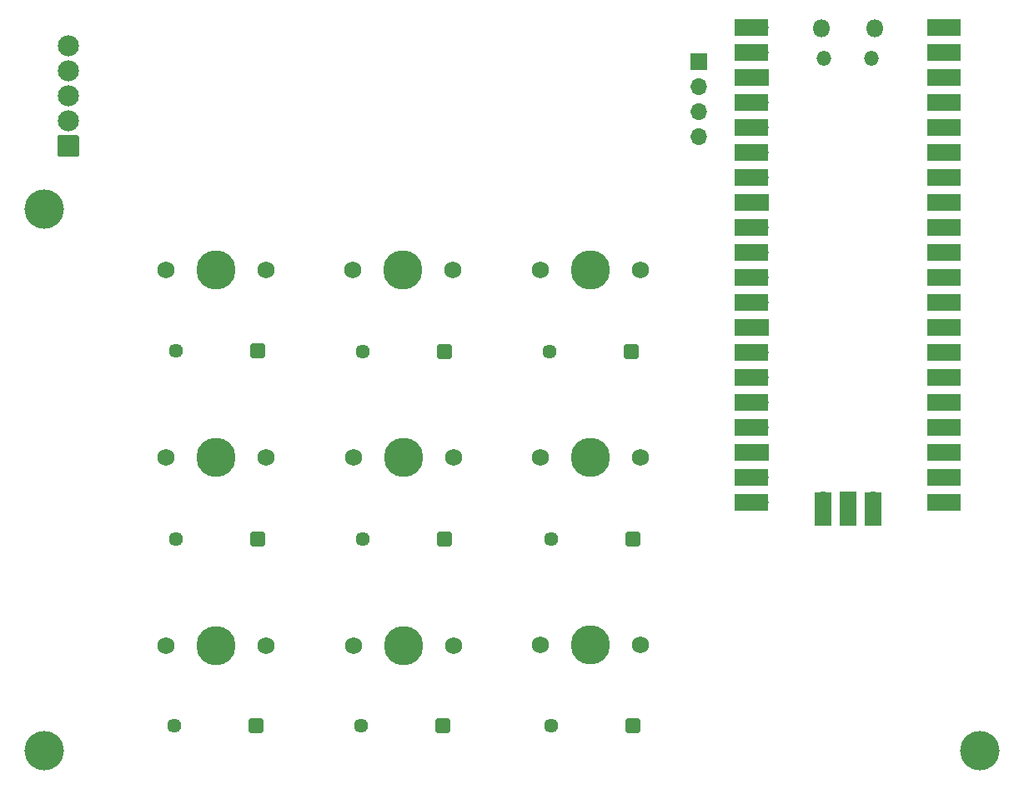
<source format=gbr>
%TF.GenerationSoftware,KiCad,Pcbnew,7.0.8*%
%TF.CreationDate,2023-11-02T17:37:10-07:00*%
%TF.ProjectId,3D4E Macropad,33443445-204d-4616-9372-6f7061642e6b,rev?*%
%TF.SameCoordinates,Original*%
%TF.FileFunction,Soldermask,Top*%
%TF.FilePolarity,Negative*%
%FSLAX46Y46*%
G04 Gerber Fmt 4.6, Leading zero omitted, Abs format (unit mm)*
G04 Created by KiCad (PCBNEW 7.0.8) date 2023-11-02 17:37:10*
%MOMM*%
%LPD*%
G01*
G04 APERTURE LIST*
G04 Aperture macros list*
%AMRoundRect*
0 Rectangle with rounded corners*
0 $1 Rounding radius*
0 $2 $3 $4 $5 $6 $7 $8 $9 X,Y pos of 4 corners*
0 Add a 4 corners polygon primitive as box body*
4,1,4,$2,$3,$4,$5,$6,$7,$8,$9,$2,$3,0*
0 Add four circle primitives for the rounded corners*
1,1,$1+$1,$2,$3*
1,1,$1+$1,$4,$5*
1,1,$1+$1,$6,$7*
1,1,$1+$1,$8,$9*
0 Add four rect primitives between the rounded corners*
20,1,$1+$1,$2,$3,$4,$5,0*
20,1,$1+$1,$4,$5,$6,$7,0*
20,1,$1+$1,$6,$7,$8,$9,0*
20,1,$1+$1,$8,$9,$2,$3,0*%
G04 Aperture macros list end*
%ADD10C,1.442000*%
%ADD11RoundRect,0.102000X0.619000X0.619000X-0.619000X0.619000X-0.619000X-0.619000X0.619000X-0.619000X0*%
%ADD12C,1.750000*%
%ADD13C,3.987800*%
%ADD14R,1.700000X1.700000*%
%ADD15O,1.700000X1.700000*%
%ADD16C,2.134400*%
%ADD17RoundRect,0.102000X-0.965200X0.965200X-0.965200X-0.965200X0.965200X-0.965200X0.965200X0.965200X0*%
%ADD18C,4.000000*%
%ADD19O,1.800000X1.800000*%
%ADD20O,1.500000X1.500000*%
%ADD21R,3.500000X1.700000*%
%ADD22R,1.700000X3.500000*%
G04 APERTURE END LIST*
D10*
%TO.C,D3*%
X38354000Y-103500000D03*
D11*
X46646000Y-103500000D03*
%TD*%
D12*
%TO.C,MX9*%
X75420000Y-114300000D03*
D13*
X80500000Y-114300000D03*
D12*
X85580000Y-114300000D03*
%TD*%
%TO.C,MX7*%
X37340000Y-114310000D03*
D13*
X42420000Y-114310000D03*
D12*
X47500000Y-114310000D03*
%TD*%
D10*
%TO.C,D4*%
X57354000Y-103500000D03*
D11*
X65646000Y-103500000D03*
%TD*%
D10*
%TO.C,D1*%
X57354000Y-84500000D03*
D11*
X65646000Y-84500000D03*
%TD*%
D10*
%TO.C,D2*%
X76354000Y-84500000D03*
D11*
X84646000Y-84500000D03*
%TD*%
D10*
%TO.C,D8*%
X76500000Y-122500000D03*
D11*
X84792000Y-122500000D03*
%TD*%
D12*
%TO.C,MX5*%
X56420000Y-95250000D03*
D13*
X61500000Y-95250000D03*
D12*
X66580000Y-95250000D03*
%TD*%
D14*
%TO.C,ssd1*%
X91500000Y-55000000D03*
D15*
X91500000Y-57540000D03*
X91500000Y-60080000D03*
X91500000Y-62620000D03*
%TD*%
D16*
%TO.C,U2*%
X27500000Y-53420000D03*
X27500000Y-55960000D03*
D17*
X27500000Y-63580000D03*
D16*
X27500000Y-58500000D03*
X27500000Y-61040000D03*
%TD*%
D10*
%TO.C,D5*%
X76500000Y-103500000D03*
D11*
X84792000Y-103500000D03*
%TD*%
D10*
%TO.C,D6*%
X38208000Y-122500000D03*
D11*
X46500000Y-122500000D03*
%TD*%
D12*
%TO.C,MX4*%
X37340000Y-95250000D03*
D13*
X42420000Y-95250000D03*
D12*
X47500000Y-95250000D03*
%TD*%
%TO.C,MX3*%
X75420000Y-76200000D03*
D13*
X80500000Y-76200000D03*
D12*
X85580000Y-76200000D03*
%TD*%
D10*
%TO.C,D0*%
X38354000Y-84400000D03*
D11*
X46646000Y-84400000D03*
%TD*%
D12*
%TO.C,MX8*%
X56390000Y-114320000D03*
D13*
X61470000Y-114320000D03*
D12*
X66550000Y-114320000D03*
%TD*%
%TO.C,MX6*%
X75420000Y-95250000D03*
D13*
X80500000Y-95250000D03*
D12*
X85580000Y-95250000D03*
%TD*%
D18*
%TO.C,HOLE_M3*%
X25000000Y-125000000D03*
%TD*%
D19*
%TO.C,U1*%
X103885000Y-51630000D03*
D20*
X104185000Y-54660000D03*
X109035000Y-54660000D03*
D19*
X109335000Y-51630000D03*
D15*
X97720000Y-51500000D03*
D21*
X96820000Y-51500000D03*
D15*
X97720000Y-54040000D03*
D21*
X96820000Y-54040000D03*
D14*
X97720000Y-56580000D03*
D21*
X96820000Y-56580000D03*
D15*
X97720000Y-59120000D03*
D21*
X96820000Y-59120000D03*
D15*
X97720000Y-61660000D03*
D21*
X96820000Y-61660000D03*
D15*
X97720000Y-64200000D03*
D21*
X96820000Y-64200000D03*
D15*
X97720000Y-66740000D03*
D21*
X96820000Y-66740000D03*
D14*
X97720000Y-69280000D03*
D21*
X96820000Y-69280000D03*
D15*
X97720000Y-71820000D03*
D21*
X96820000Y-71820000D03*
D15*
X97720000Y-74360000D03*
D21*
X96820000Y-74360000D03*
D15*
X97720000Y-76900000D03*
D21*
X96820000Y-76900000D03*
D15*
X97720000Y-79440000D03*
D21*
X96820000Y-79440000D03*
D14*
X97720000Y-81980000D03*
D21*
X96820000Y-81980000D03*
D15*
X97720000Y-84520000D03*
D21*
X96820000Y-84520000D03*
D15*
X97720000Y-87060000D03*
D21*
X96820000Y-87060000D03*
D15*
X97720000Y-89600000D03*
D21*
X96820000Y-89600000D03*
D15*
X97720000Y-92140000D03*
D21*
X96820000Y-92140000D03*
D14*
X97720000Y-94680000D03*
D21*
X96820000Y-94680000D03*
D15*
X97720000Y-97220000D03*
D21*
X96820000Y-97220000D03*
D15*
X97720000Y-99760000D03*
D21*
X96820000Y-99760000D03*
D15*
X115500000Y-99760000D03*
D21*
X116400000Y-99760000D03*
D15*
X115500000Y-97220000D03*
D21*
X116400000Y-97220000D03*
D14*
X115500000Y-94680000D03*
D21*
X116400000Y-94680000D03*
D15*
X115500000Y-92140000D03*
D21*
X116400000Y-92140000D03*
D15*
X115500000Y-89600000D03*
D21*
X116400000Y-89600000D03*
D15*
X115500000Y-87060000D03*
D21*
X116400000Y-87060000D03*
D15*
X115500000Y-84520000D03*
D21*
X116400000Y-84520000D03*
D14*
X115500000Y-81980000D03*
D21*
X116400000Y-81980000D03*
D15*
X115500000Y-79440000D03*
D21*
X116400000Y-79440000D03*
D15*
X115500000Y-76900000D03*
D21*
X116400000Y-76900000D03*
D15*
X115500000Y-74360000D03*
D21*
X116400000Y-74360000D03*
D15*
X115500000Y-71820000D03*
D21*
X116400000Y-71820000D03*
D14*
X115500000Y-69280000D03*
D21*
X116400000Y-69280000D03*
D15*
X115500000Y-66740000D03*
D21*
X116400000Y-66740000D03*
D15*
X115500000Y-64200000D03*
D21*
X116400000Y-64200000D03*
D15*
X115500000Y-61660000D03*
D21*
X116400000Y-61660000D03*
D15*
X115500000Y-59120000D03*
D21*
X116400000Y-59120000D03*
D14*
X115500000Y-56580000D03*
D21*
X116400000Y-56580000D03*
D15*
X115500000Y-54040000D03*
D21*
X116400000Y-54040000D03*
D15*
X115500000Y-51500000D03*
D21*
X116400000Y-51500000D03*
D15*
X104070000Y-99530000D03*
D22*
X104070000Y-100430000D03*
D14*
X106610000Y-99530000D03*
D22*
X106610000Y-100430000D03*
D15*
X109150000Y-99530000D03*
D22*
X109150000Y-100430000D03*
%TD*%
D18*
%TO.C,HOLE_M3*%
X25000000Y-70000000D03*
%TD*%
D12*
%TO.C,MX2*%
X56356250Y-76200000D03*
D13*
X61436250Y-76200000D03*
D12*
X66516250Y-76200000D03*
%TD*%
D10*
%TO.C,D7*%
X57208000Y-122500000D03*
D11*
X65500000Y-122500000D03*
%TD*%
D12*
%TO.C,MX1*%
X37340000Y-76200000D03*
D13*
X42420000Y-76200000D03*
D12*
X47500000Y-76200000D03*
%TD*%
D18*
%TO.C,HOLE_M3*%
X120000000Y-125000000D03*
%TD*%
M02*

</source>
